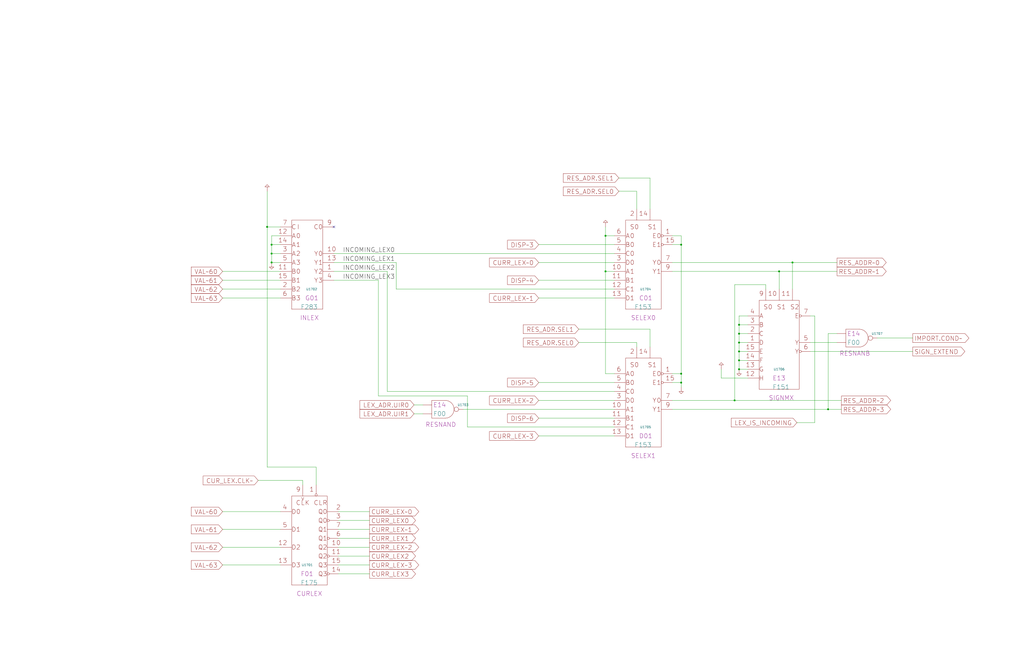
<source format=kicad_sch>
(kicad_sch (version 20211123) (generator eeschema)
  (paper "User" 584.2 378.46)
  (title_block (title "RESOLVE ADDRESS GENERATION") (date "22-MAY-90") (rev "1.0") (comment 1 "SEQUENCER") (comment 2 "232-003064") (comment 3 "S400") (comment 4 "RELEASED"))
  (lib_symbols
    (symbol "r1000:F00" (pin_numbers hide) (pin_names hide)
      (property "Reference" "U" (at 15.24 0 0))
      (property "Value" "F00" (at 1.905 -5.08 0))
      (property "Location" "___" (at 1.905 0 0))
      (property "Name" "______" (at 2.54 -12.7 0))
      (symbol "F00_0_1"
        (polyline (pts (xy -2.54 -7.62) (xy 5.08 -7.62)) (stroke (width 0.1524)))
        (polyline (pts (xy -2.54 2.54) (xy -2.54 -7.62)) (stroke (width 0.1524)))
        (polyline (pts (xy -2.54 2.54) (xy 5.08 2.54)) (stroke (width 0.1524)))
        (arc (start 5.08 -7.62) (mid 10.1282 -2.54) (end 5.08 2.54) (stroke (width 0.1524)))
        (circle (center 11.43 -2.54) (radius 1.27) (stroke (width 0.1524)))
      )
      (symbol "F00_0_2"
        (circle (center -3.81 -5.08) (radius 1.27) (stroke (width 0.1524)))
        (circle (center -3.81 0) (radius 1.27) (stroke (width 0.1524)))
        (arc (start -3.175 -7.62) (mid -2.134 -2.54) (end -3.175 2.54) (stroke (width 0.1524)))
        (polyline (pts (xy -3.175 -7.62) (xy 3.81 -7.62)) (stroke (width 0.1524)))
        (polyline (pts (xy -3.175 2.54) (xy 3.81 2.54)) (stroke (width 0.1524)))
        (arc (start 3.81 -7.62) (mid 7.5855 -5.8306) (end 10.16 -2.54) (stroke (width 0.1524)))
        (arc (start 10.16 -2.54) (mid 7.5827 0.7471) (end 3.81 2.54) (stroke (width 0.1524)))
      )
      (symbol "F00_1_1"
        (pin input line (at -7.62 0 0) (length 5.08) (name "D0") (number "1"))
        (pin input line (at -7.62 -5.08 0) (length 5.08) (name "D1") (number "2"))
        (pin output line (at 15.24 -2.54 180) (length 2.54) (name "Q") (number "3"))
      )
      (symbol "F00_1_2"
        (pin input line (at -7.62 0 0) (length 2.54) (name "D0") (number "1"))
        (pin input line (at -7.62 -5.08 0) (length 2.54) (name "D1") (number "2"))
        (pin output line (at 15.24 -2.54 180) (length 5.08) (name "Q") (number "3"))
      )
    )
    (symbol "r1000:F151" (pin_numbers hide) (pin_names (offset 1.016) hide)
      (property "Reference" "U" (at 2.54 5.08 0))
      (property "Value" "F151" (at -1.27 -5.08 0))
      (property "Location" "___" (at -1.27 0 0))
      (property "Name" "______" (at 3.81 -12.7 0))
      (symbol "F151_1_1"
        (rectangle (start -8.89 44.45) (end 13.97 -6.35))
        (circle (center 14.605 15.24) (radius 0.635))
        (circle (center 14.605 35.56) (radius 0.635))
        (text "0" (at -2.54 40.64 0) (effects (font (size 2.54 2.54))))
        (text "0" (at 0 48.26 0) (effects (font (size 2.54 2.54))))
        (text "1" (at -15.24 2.54 0) (effects (font (size 2.54 2.54))))
        (text "1" (at -15.24 7.62 0) (effects (font (size 2.54 2.54))))
        (text "1" (at -15.24 12.7 0) (effects (font (size 2.54 2.54))))
        (text "1" (at -15.24 17.78 0) (effects (font (size 2.54 2.54))))
        (text "1" (at -12.7 22.86 0) (effects (font (size 2.54 2.54))))
        (text "1" (at -2.54 48.26 0) (effects (font (size 2.54 2.54))))
        (text "1" (at 5.08 40.64 0) (effects (font (size 2.54 2.54))))
        (text "1" (at 5.08 48.26 0) (effects (font (size 2.54 2.54))))
        (text "1" (at 7.62 48.26 0) (effects (font (size 2.54 2.54))))
        (text "2" (at -12.7 2.54 0) (effects (font (size 2.54 2.54))))
        (text "2" (at -12.7 27.94 0) (effects (font (size 2.54 2.54))))
        (text "2" (at 12.7 40.64 0) (effects (font (size 2.54 2.54))))
        (text "3" (at -12.7 7.62 0) (effects (font (size 2.54 2.54))))
        (text "3" (at -12.7 33.02 0) (effects (font (size 2.54 2.54))))
        (text "4" (at -12.7 12.7 0) (effects (font (size 2.54 2.54))))
        (text "4" (at -12.7 38.1 0) (effects (font (size 2.54 2.54))))
        (text "5" (at -12.7 17.78 0) (effects (font (size 2.54 2.54))))
        (text "5" (at 17.78 22.86 0) (effects (font (size 2.54 2.54))))
        (text "6" (at 17.78 17.78 0) (effects (font (size 2.54 2.54))))
        (text "7" (at 17.78 38.1 0) (effects (font (size 2.54 2.54))))
        (text "9" (at -7.62 48.26 0) (effects (font (size 2.54 2.54))))
        (text "A" (at -7.62 35.56 0) (effects (font (size 2.54 2.54))))
        (text "B" (at -7.62 30.48 0) (effects (font (size 2.54 2.54))))
        (text "C" (at -7.62 25.4 0) (effects (font (size 2.54 2.54))))
        (text "D" (at -7.62 20.32 0) (effects (font (size 2.54 2.54))))
        (text "E" (at -7.62 15.24 0) (effects (font (size 2.54 2.54))))
        (text "E" (at 12.7 35.56 0) (effects (font (size 2.54 2.54))))
        (text "F" (at -7.62 10.16 0) (effects (font (size 2.54 2.54))))
        (text "G" (at -7.62 5.08 0) (effects (font (size 2.54 2.54))))
        (text "H" (at -7.62 0 0) (effects (font (size 2.54 2.54))))
        (text "S" (at -5.08 40.64 0) (effects (font (size 2.54 2.54))))
        (text "S" (at 2.54 40.64 0) (effects (font (size 2.54 2.54))))
        (text "S" (at 10.16 40.64 0) (effects (font (size 2.54 2.54))))
        (text "Y" (at 12.7 15.24 0) (effects (font (size 2.54 2.54))))
        (text "Y" (at 12.7 20.32 0) (effects (font (size 2.54 2.54))))
        (pin input line (at -15.24 20.32 0) (length 6.35) (name "D") (number "1"))
        (pin input line (at 2.54 50.8 270) (length 6.35) (name "S1") (number "10"))
        (pin input line (at 10.16 50.8 270) (length 6.35) (name "S2") (number "11"))
        (pin input line (at -15.24 0 0) (length 6.35) (name "H") (number "12"))
        (pin input line (at -15.24 5.08 0) (length 6.35) (name "G") (number "13"))
        (pin input line (at -15.24 10.16 0) (length 6.35) (name "F") (number "14"))
        (pin input line (at -15.24 15.24 0) (length 6.35) (name "E") (number "15"))
        (pin input line (at -15.24 25.4 0) (length 6.35) (name "C") (number "2"))
        (pin input line (at -15.24 30.48 0) (length 6.35) (name "B") (number "3"))
        (pin input line (at -15.24 35.56 0) (length 6.35) (name "A") (number "4"))
        (pin output line (at 20.32 20.32 180) (length 6.35) (name "Y") (number "5"))
        (pin output line (at 20.32 15.24 180) (length 5.08) (name "Y_") (number "6"))
        (pin input line (at 20.32 35.56 180) (length 5.08) (name "E_") (number "7"))
        (pin input line (at -5.08 50.8 270) (length 6.35) (name "S0") (number "9"))
      )
    )
    (symbol "r1000:F153" (pin_numbers hide) (pin_names (offset 1.016) hide)
      (property "Reference" "U" (at 2.54 5.08 0))
      (property "Value" "F153" (at -3.81 -5.08 0))
      (property "Location" "___" (at -1.27 0 0))
      (property "Name" "______" (at 1.27 -12.7 0))
      (symbol "F153_1_1"
        (rectangle (start -8.89 44.45) (end 11.43 -6.35))
        (circle (center 12.065 30.48) (radius 0.635))
        (circle (center 12.065 35.56) (radius 0.635))
        (text "0" (at -12.7 17.78 0) (effects (font (size 2.54 2.54))))
        (text "0" (at -5.08 20.32 0) (effects (font (size 2.54 2.54))))
        (text "0" (at -5.08 25.4 0) (effects (font (size 2.54 2.54))))
        (text "0" (at -5.08 30.48 0) (effects (font (size 2.54 2.54))))
        (text "0" (at -5.08 35.56 0) (effects (font (size 2.54 2.54))))
        (text "0" (at -2.54 40.64 0) (effects (font (size 2.54 2.54))))
        (text "0" (at 10.16 20.32 0) (effects (font (size 2.54 2.54))))
        (text "0" (at 10.16 35.56 0) (effects (font (size 2.54 2.54))))
        (text "1" (at -15.24 2.54 0) (effects (font (size 2.54 2.54))))
        (text "1" (at -15.24 7.62 0) (effects (font (size 2.54 2.54))))
        (text "1" (at -15.24 12.7 0) (effects (font (size 2.54 2.54))))
        (text "1" (at -15.24 17.78 0) (effects (font (size 2.54 2.54))))
        (text "1" (at -12.7 12.7 0) (effects (font (size 2.54 2.54))))
        (text "1" (at -5.08 0 0) (effects (font (size 2.54 2.54))))
        (text "1" (at -5.08 5.08 0) (effects (font (size 2.54 2.54))))
        (text "1" (at -5.08 10.16 0) (effects (font (size 2.54 2.54))))
        (text "1" (at -5.08 15.24 0) (effects (font (size 2.54 2.54))))
        (text "1" (at 0 48.26 0) (effects (font (size 2.54 2.54))))
        (text "1" (at 7.62 40.64 0) (effects (font (size 2.54 2.54))))
        (text "1" (at 10.16 15.24 0) (effects (font (size 2.54 2.54))))
        (text "1" (at 10.16 30.48 0) (effects (font (size 2.54 2.54))))
        (text "1" (at 15.24 33.02 0) (effects (font (size 2.54 2.54))))
        (text "1" (at 15.24 38.1 0) (effects (font (size 2.54 2.54))))
        (text "2" (at -12.7 7.62 0) (effects (font (size 2.54 2.54))))
        (text "2" (at -5.08 48.26 0) (effects (font (size 2.54 2.54))))
        (text "3" (at -12.7 2.54 0) (effects (font (size 2.54 2.54))))
        (text "3" (at -12.7 22.86 0) (effects (font (size 2.54 2.54))))
        (text "4" (at -12.7 27.94 0) (effects (font (size 2.54 2.54))))
        (text "4" (at 2.54 48.26 0) (effects (font (size 2.54 2.54))))
        (text "5" (at -12.7 33.02 0) (effects (font (size 2.54 2.54))))
        (text "5" (at 17.78 33.02 0) (effects (font (size 2.54 2.54))))
        (text "6" (at -12.7 38.1 0) (effects (font (size 2.54 2.54))))
        (text "7" (at 15.24 22.86 0) (effects (font (size 2.54 2.54))))
        (text "9" (at 15.24 17.78 0) (effects (font (size 2.54 2.54))))
        (text "A" (at -7.62 15.24 0) (effects (font (size 2.54 2.54))))
        (text "A" (at -7.62 35.56 0) (effects (font (size 2.54 2.54))))
        (text "B" (at -7.62 10.16 0) (effects (font (size 2.54 2.54))))
        (text "B" (at -7.62 30.48 0) (effects (font (size 2.54 2.54))))
        (text "C" (at -7.62 5.08 0) (effects (font (size 2.54 2.54))))
        (text "C" (at -7.62 25.4 0) (effects (font (size 2.54 2.54))))
        (text "D" (at -7.62 0 0) (effects (font (size 2.54 2.54))))
        (text "D" (at -7.62 20.32 0) (effects (font (size 2.54 2.54))))
        (text "E" (at 7.62 30.48 0) (effects (font (size 2.54 2.54))))
        (text "E" (at 7.62 35.56 0) (effects (font (size 2.54 2.54))))
        (text "S" (at -5.08 40.64 0) (effects (font (size 2.54 2.54))))
        (text "S" (at 5.08 40.64 0) (effects (font (size 2.54 2.54))))
        (text "Y" (at 7.62 15.24 0) (effects (font (size 2.54 2.54))))
        (text "Y" (at 7.62 20.32 0) (effects (font (size 2.54 2.54))))
        (pin input line (at 17.78 35.56 180) (length 5.08) (name "E0_") (number "1"))
        (pin input line (at -15.24 15.24 0) (length 6.35) (name "A1") (number "10"))
        (pin input line (at -15.24 10.16 0) (length 6.35) (name "B1") (number "11"))
        (pin input line (at -15.24 5.08 0) (length 6.35) (name "C1") (number "12"))
        (pin input line (at -15.24 0 0) (length 6.35) (name "D1") (number "13"))
        (pin input line (at 5.08 50.8 270) (length 6.35) (name "S1") (number "14"))
        (pin input line (at 17.78 30.48 180) (length 5.08) (name "E1_") (number "15"))
        (pin input line (at -2.54 50.8 270) (length 6.35) (name "S0") (number "2"))
        (pin input line (at -15.24 20.32 0) (length 6.35) (name "D0") (number "3"))
        (pin input line (at -15.24 25.4 0) (length 6.35) (name "C0") (number "4"))
        (pin input line (at -15.24 30.48 0) (length 6.35) (name "B0") (number "5"))
        (pin input line (at -15.24 35.56 0) (length 6.35) (name "A0") (number "6"))
        (pin output line (at 17.78 20.32 180) (length 6.35) (name "Y0") (number "7"))
        (pin output line (at 17.78 15.24 180) (length 6.35) (name "Y1") (number "9"))
      )
    )
    (symbol "r1000:F175" (pin_numbers hide) (pin_names (offset 1.016) hide)
      (property "Reference" "U" (at 2.54 5.08 0))
      (property "Value" "F175" (at -1.27 -5.08 0))
      (property "Location" "___" (at -1.27 0 0))
      (property "Name" "______" (at 3.81 -12.7 0))
      (symbol "F175_1_1"
        (rectangle (start -6.35 44.45) (end 13.97 -6.35))
        (circle (center 7.62 45.085) (radius 0.635))
        (circle (center 14.605 0) (radius 0.635))
        (circle (center 14.605 10.16) (radius 0.635))
        (circle (center 14.605 20.32) (radius 0.635))
        (circle (center 14.605 30.48) (radius 0.635))
        (text "0" (at -2.54 35.56 0) (effects (font (size 2.54 2.54))))
        (text "0" (at 12.7 30.48 0) (effects (font (size 2.54 2.54))))
        (text "0" (at 12.7 35.56 0) (effects (font (size 2.54 2.54))))
        (text "0" (at 20.32 17.78 0) (effects (font (size 2.54 2.54))))
        (text "1" (at -12.7 7.62 0) (effects (font (size 2.54 2.54))))
        (text "1" (at -12.7 17.78 0) (effects (font (size 2.54 2.54))))
        (text "1" (at -2.54 25.4 0) (effects (font (size 2.54 2.54))))
        (text "1" (at 5.08 48.26 0) (effects (font (size 2.54 2.54))))
        (text "1" (at 12.7 20.32 0) (effects (font (size 2.54 2.54))))
        (text "1" (at 12.7 25.4 0) (effects (font (size 2.54 2.54))))
        (text "1" (at 17.78 2.54 0) (effects (font (size 2.54 2.54))))
        (text "1" (at 17.78 7.62 0) (effects (font (size 2.54 2.54))))
        (text "1" (at 17.78 12.7 0) (effects (font (size 2.54 2.54))))
        (text "1" (at 17.78 17.78 0) (effects (font (size 2.54 2.54))))
        (text "1" (at 20.32 12.7 0) (effects (font (size 2.54 2.54))))
        (text "2" (at -10.16 17.78 0) (effects (font (size 2.54 2.54))))
        (text "2" (at -2.54 15.24 0) (effects (font (size 2.54 2.54))))
        (text "2" (at 12.7 10.16 0) (effects (font (size 2.54 2.54))))
        (text "2" (at 12.7 15.24 0) (effects (font (size 2.54 2.54))))
        (text "2" (at 20.32 38.1 0) (effects (font (size 2.54 2.54))))
        (text "3" (at -10.16 7.62 0) (effects (font (size 2.54 2.54))))
        (text "3" (at -2.54 5.08 0) (effects (font (size 2.54 2.54))))
        (text "3" (at 12.7 0 0) (effects (font (size 2.54 2.54))))
        (text "3" (at 12.7 5.08 0) (effects (font (size 2.54 2.54))))
        (text "3" (at 20.32 33.02 0) (effects (font (size 2.54 2.54))))
        (text "4" (at -10.16 38.1 0) (effects (font (size 2.54 2.54))))
        (text "4" (at 20.32 2.54 0) (effects (font (size 2.54 2.54))))
        (text "5" (at -10.16 27.94 0) (effects (font (size 2.54 2.54))))
        (text "5" (at 20.32 7.62 0) (effects (font (size 2.54 2.54))))
        (text "6" (at 20.32 22.86 0) (effects (font (size 2.54 2.54))))
        (text "7" (at 20.32 27.94 0) (effects (font (size 2.54 2.54))))
        (text "9" (at -2.54 48.26 0) (effects (font (size 2.54 2.54))))
        (text "C" (at -2.54 40.64 0) (effects (font (size 2.54 2.54))))
        (text "C" (at 7.62 40.64 0) (effects (font (size 2.54 2.54))))
        (text "D" (at -5.08 5.08 0) (effects (font (size 2.54 2.54))))
        (text "D" (at -5.08 15.24 0) (effects (font (size 2.54 2.54))))
        (text "D" (at -5.08 25.4 0) (effects (font (size 2.54 2.54))))
        (text "D" (at -5.08 35.56 0) (effects (font (size 2.54 2.54))))
        (text "K" (at 2.54 40.64 0) (effects (font (size 2.54 2.54))))
        (text "L" (at 0 40.64 0) (effects (font (size 2.54 2.54))))
        (text "L" (at 10.16 40.64 0) (effects (font (size 2.54 2.54))))
        (text "Q" (at 10.16 0 0) (effects (font (size 2.54 2.54))))
        (text "Q" (at 10.16 5.08 0) (effects (font (size 2.54 2.54))))
        (text "Q" (at 10.16 10.16 0) (effects (font (size 2.54 2.54))))
        (text "Q" (at 10.16 15.24 0) (effects (font (size 2.54 2.54))))
        (text "Q" (at 10.16 20.32 0) (effects (font (size 2.54 2.54))))
        (text "Q" (at 10.16 25.4 0) (effects (font (size 2.54 2.54))))
        (text "Q" (at 10.16 30.48 0) (effects (font (size 2.54 2.54))))
        (text "Q" (at 10.16 35.56 0) (effects (font (size 2.54 2.54))))
        (text "R" (at 12.7 40.64 0) (effects (font (size 2.54 2.54))))
        (text "v" (at 0 43.18 0) (effects (font (size 2.54 2.54))))
        (pin input line (at 7.62 50.8 270) (length 5.08) (name "CLR_") (number "1"))
        (pin output line (at 20.32 15.24 180) (length 6.35) (name "Q2") (number "10"))
        (pin output line (at 20.32 10.16 180) (length 5.08) (name "Q2_") (number "11"))
        (pin input line (at -12.7 15.24 0) (length 6.35) (name "D2") (number "12"))
        (pin input line (at -12.7 5.08 0) (length 6.35) (name "D3") (number "13"))
        (pin output line (at 20.32 0 180) (length 5.08) (name "Q3_") (number "14"))
        (pin output line (at 20.32 5.08 180) (length 6.35) (name "Q3") (number "15"))
        (pin output line (at 20.32 35.56 180) (length 6.35) (name "Q0") (number "2"))
        (pin output line (at 20.32 30.48 180) (length 5.08) (name "Q0_") (number "3"))
        (pin input line (at -12.7 35.56 0) (length 6.35) (name "D0") (number "4"))
        (pin input line (at -12.7 25.4 0) (length 6.35) (name "D1") (number "5"))
        (pin output line (at 20.32 20.32 180) (length 5.08) (name "Q1_") (number "6"))
        (pin output line (at 20.32 25.4 180) (length 6.35) (name "Q1") (number "7"))
        (pin input line (at 0 50.8 270) (length 6.35) (name "CLK") (number "9"))
      )
    )
    (symbol "r1000:F283" (pin_numbers hide) (pin_names (offset 1.016) hide)
      (property "Reference" "U" (at 2.54 5.08 0))
      (property "Value" "F283" (at -3.81 -5.08 0))
      (property "Location" "___" (at -1.27 0 0))
      (property "Name" "______" (at 1.27 -12.7 0))
      (symbol "F283_1_1"
        (rectangle (start -8.89 44.45) (end 8.89 -6.35))
        (text "0" (at -5.08 15.24 0) (effects (font (size 2.54 2.54))))
        (text "0" (at -5.08 35.56 0) (effects (font (size 2.54 2.54))))
        (text "0" (at 7.62 25.4 0) (effects (font (size 2.54 2.54))))
        (text "0" (at 7.62 40.64 0) (effects (font (size 2.54 2.54))))
        (text "0" (at 15.24 27.94 0) (effects (font (size 2.54 2.54))))
        (text "1" (at -15.24 12.7 0) (effects (font (size 2.54 2.54))))
        (text "1" (at -15.24 17.78 0) (effects (font (size 2.54 2.54))))
        (text "1" (at -15.24 33.02 0) (effects (font (size 2.54 2.54))))
        (text "1" (at -15.24 38.1 0) (effects (font (size 2.54 2.54))))
        (text "1" (at -12.7 17.78 0) (effects (font (size 2.54 2.54))))
        (text "1" (at -5.08 10.16 0) (effects (font (size 2.54 2.54))))
        (text "1" (at -5.08 30.48 0) (effects (font (size 2.54 2.54))))
        (text "1" (at 7.62 20.32 0) (effects (font (size 2.54 2.54))))
        (text "1" (at 12.7 17.78 0) (effects (font (size 2.54 2.54))))
        (text "1" (at 12.7 22.86 0) (effects (font (size 2.54 2.54))))
        (text "1" (at 12.7 27.94 0) (effects (font (size 2.54 2.54))))
        (text "2" (at -12.7 7.62 0) (effects (font (size 2.54 2.54))))
        (text "2" (at -12.7 38.1 0) (effects (font (size 2.54 2.54))))
        (text "2" (at -5.08 5.08 0) (effects (font (size 2.54 2.54))))
        (text "2" (at -5.08 25.4 0) (effects (font (size 2.54 2.54))))
        (text "2" (at 7.62 15.24 0) (effects (font (size 2.54 2.54))))
        (text "3" (at -12.7 27.94 0) (effects (font (size 2.54 2.54))))
        (text "3" (at -5.08 0 0) (effects (font (size 2.54 2.54))))
        (text "3" (at -5.08 20.32 0) (effects (font (size 2.54 2.54))))
        (text "3" (at 7.62 10.16 0) (effects (font (size 2.54 2.54))))
        (text "3" (at 15.24 22.86 0) (effects (font (size 2.54 2.54))))
        (text "4" (at -12.7 33.02 0) (effects (font (size 2.54 2.54))))
        (text "4" (at 12.7 12.7 0) (effects (font (size 2.54 2.54))))
        (text "5" (at -12.7 12.7 0) (effects (font (size 2.54 2.54))))
        (text "5" (at -12.7 22.86 0) (effects (font (size 2.54 2.54))))
        (text "6" (at -12.7 2.54 0) (effects (font (size 2.54 2.54))))
        (text "7" (at -12.7 43.18 0) (effects (font (size 2.54 2.54))))
        (text "9" (at 12.7 43.18 0) (effects (font (size 2.54 2.54))))
        (text "A" (at -7.62 20.32 0) (effects (font (size 2.54 2.54))))
        (text "A" (at -7.62 25.4 0) (effects (font (size 2.54 2.54))))
        (text "A" (at -7.62 30.48 0) (effects (font (size 2.54 2.54))))
        (text "A" (at -7.62 35.56 0) (effects (font (size 2.54 2.54))))
        (text "B" (at -7.62 0 0) (effects (font (size 2.54 2.54))))
        (text "B" (at -7.62 5.08 0) (effects (font (size 2.54 2.54))))
        (text "B" (at -7.62 10.16 0) (effects (font (size 2.54 2.54))))
        (text "B" (at -7.62 15.24 0) (effects (font (size 2.54 2.54))))
        (text "C" (at -7.62 40.64 0) (effects (font (size 2.54 2.54))))
        (text "C" (at 5.08 40.64 0) (effects (font (size 2.54 2.54))))
        (text "I" (at -5.08 40.64 0) (effects (font (size 2.54 2.54))))
        (text "Y" (at 5.08 10.16 0) (effects (font (size 2.54 2.54))))
        (text "Y" (at 5.08 15.24 0) (effects (font (size 2.54 2.54))))
        (text "Y" (at 5.08 20.32 0) (effects (font (size 2.54 2.54))))
        (text "Y" (at 5.08 25.4 0) (effects (font (size 2.54 2.54))))
        (pin output line (at 15.24 15.24 180) (length 6.35) (name "Y2") (number "1"))
        (pin output line (at 15.24 25.4 180) (length 6.35) (name "Y0") (number "10"))
        (pin input line (at -15.24 15.24 0) (length 6.35) (name "B0") (number "11"))
        (pin input line (at -15.24 35.56 0) (length 6.35) (name "A0") (number "12"))
        (pin output line (at 15.24 20.32 180) (length 6.35) (name "Y1") (number "13"))
        (pin input line (at -15.24 30.48 0) (length 6.35) (name "A1") (number "14"))
        (pin input line (at -15.24 10.16 0) (length 6.35) (name "B1") (number "15"))
        (pin input line (at -15.24 5.08 0) (length 6.35) (name "B2") (number "2"))
        (pin input line (at -15.24 25.4 0) (length 6.35) (name "A2") (number "3"))
        (pin output line (at 15.24 10.16 180) (length 6.35) (name "Y3") (number "4"))
        (pin input line (at -15.24 20.32 0) (length 6.35) (name "A3") (number "5"))
        (pin input line (at -15.24 0 0) (length 6.35) (name "B3") (number "6"))
        (pin input line (at -15.24 40.64 0) (length 6.35) (name "CI") (number "7"))
        (pin output line (at 15.24 40.64 180) (length 6.35) (name "C0") (number "9"))
      )
    )
    (symbol "r1000:PD" (power) (pin_numbers hide) (pin_names hide) (in_bom no)
      (symbol "PD_0_1"
        (polyline (pts (xy 0 -2.54) (xy 1.27 -2.54) (xy 0 -3.81) (xy -1.27 -2.54) (xy 0 -2.54)) (stroke (width 0.1524)))
      )
      (symbol "PD_1_1"
        (pin power_in line (at 0 0 270) (length 2.54) (name "PD") (number "1"))
      )
    )
    (symbol "r1000:PU" (power) (pin_numbers hide) (pin_names hide)
      (symbol "PU_0_1"
        (polyline (pts (xy 0 2.54) (xy -1.27 2.54) (xy 0 3.81) (xy 1.27 2.54) (xy 0 2.54)) (stroke (width 0.1524)))
      )
      (symbol "PU_1_1"
        (pin power_in line (at 0 0 90) (length 2.54) (name "PU") (number "1"))
      )
    )
  )
  (wire (pts (xy 127 154.94) (xy 160.02 154.94)))
  (wire (pts (xy 127 160.02) (xy 160.02 160.02)))
  (wire (pts (xy 127 165.1) (xy 160.02 165.1)))
  (wire (pts (xy 127 170.18) (xy 160.02 170.18)))
  (wire (pts (xy 127 292.1) (xy 160.02 292.1)))
  (wire (pts (xy 127 302.26) (xy 160.02 302.26)))
  (wire (pts (xy 127 312.42) (xy 160.02 312.42)))
  (wire (pts (xy 127 322.58) (xy 160.02 322.58)))
  (wire (pts (xy 147.32 274.32) (xy 172.72 274.32)))
  (wire (pts (xy 152.4 109.22) (xy 152.4 129.54)))
  (wire (pts (xy 152.4 129.54) (xy 152.4 266.7)))
  (wire (pts (xy 152.4 129.54) (xy 160.02 129.54)))
  (wire (pts (xy 152.4 266.7) (xy 180.34 266.7)))
  (wire (pts (xy 154.94 134.62) (xy 154.94 139.7)))
  (wire (pts (xy 154.94 139.7) (xy 154.94 144.78)))
  (wire (pts (xy 154.94 139.7) (xy 160.02 139.7)))
  (wire (pts (xy 154.94 144.78) (xy 154.94 149.86)))
  (wire (pts (xy 154.94 144.78) (xy 160.02 144.78)))
  (wire (pts (xy 154.94 149.86) (xy 160.02 149.86)))
  (wire (pts (xy 160.02 134.62) (xy 154.94 134.62)))
  (wire (pts (xy 172.72 276.86) (xy 172.72 274.32)))
  (wire (pts (xy 180.34 266.7) (xy 180.34 276.86)))
  (wire (pts (xy 190.5 144.78) (xy 350.52 144.78)))
  (wire (pts (xy 190.5 149.86) (xy 226.06 149.86)))
  (wire (pts (xy 190.5 154.94) (xy 220.98 154.94)))
  (wire (pts (xy 190.5 160.02) (xy 215.9 160.02)))
  (wire (pts (xy 193.04 292.1) (xy 210.82 292.1)))
  (wire (pts (xy 193.04 297.18) (xy 210.82 297.18)))
  (wire (pts (xy 193.04 302.26) (xy 210.82 302.26)))
  (wire (pts (xy 193.04 307.34) (xy 210.82 307.34)))
  (wire (pts (xy 193.04 312.42) (xy 210.82 312.42)))
  (wire (pts (xy 193.04 317.5) (xy 210.82 317.5)))
  (wire (pts (xy 193.04 322.58) (xy 210.82 322.58)))
  (wire (pts (xy 193.04 327.66) (xy 210.82 327.66)))
  (wire (pts (xy 215.9 160.02) (xy 215.9 226.06)))
  (wire (pts (xy 215.9 226.06) (xy 266.7 226.06)))
  (wire (pts (xy 220.98 154.94) (xy 220.98 223.52)))
  (wire (pts (xy 220.98 223.52) (xy 350.52 223.52)))
  (wire (pts (xy 226.06 149.86) (xy 226.06 165.1)))
  (wire (pts (xy 226.06 165.1) (xy 350.52 165.1)))
  (wire (pts (xy 236.22 231.14) (xy 241.3 231.14)))
  (wire (pts (xy 236.22 236.22) (xy 241.3 236.22)))
  (wire (pts (xy 264.16 233.68) (xy 350.52 233.68)))
  (wire (pts (xy 266.7 226.06) (xy 266.7 243.84)))
  (wire (pts (xy 266.7 243.84) (xy 350.52 243.84)))
  (wire (pts (xy 307.34 139.7) (xy 350.52 139.7)))
  (wire (pts (xy 307.34 149.86) (xy 350.52 149.86)))
  (wire (pts (xy 307.34 160.02) (xy 350.52 160.02)))
  (wire (pts (xy 307.34 170.18) (xy 350.52 170.18)))
  (wire (pts (xy 307.34 218.44) (xy 350.52 218.44)))
  (wire (pts (xy 307.34 228.6) (xy 350.52 228.6)))
  (wire (pts (xy 307.34 238.76) (xy 350.52 238.76)))
  (wire (pts (xy 307.34 248.92) (xy 350.52 248.92)))
  (wire (pts (xy 330.2 187.96) (xy 370.84 187.96)))
  (wire (pts (xy 330.2 195.58) (xy 363.22 195.58)))
  (wire (pts (xy 345.44 129.54) (xy 345.44 134.62)))
  (wire (pts (xy 345.44 134.62) (xy 345.44 154.94)))
  (wire (pts (xy 345.44 134.62) (xy 350.52 134.62)))
  (wire (pts (xy 345.44 154.94) (xy 345.44 213.36)))
  (wire (pts (xy 345.44 154.94) (xy 350.52 154.94)))
  (wire (pts (xy 345.44 213.36) (xy 350.52 213.36)))
  (wire (pts (xy 353.06 101.6) (xy 370.84 101.6)))
  (wire (pts (xy 353.06 109.22) (xy 363.22 109.22)))
  (wire (pts (xy 363.22 109.22) (xy 363.22 119.38)))
  (wire (pts (xy 363.22 195.58) (xy 363.22 198.12)))
  (wire (pts (xy 370.84 101.6) (xy 370.84 119.38)))
  (wire (pts (xy 370.84 187.96) (xy 370.84 198.12)))
  (wire (pts (xy 383.54 134.62) (xy 388.62 134.62)))
  (wire (pts (xy 383.54 139.7) (xy 388.62 139.7)))
  (wire (pts (xy 383.54 149.86) (xy 452.12 149.86)))
  (wire (pts (xy 383.54 154.94) (xy 444.5 154.94)))
  (wire (pts (xy 383.54 213.36) (xy 388.62 213.36)))
  (wire (pts (xy 383.54 218.44) (xy 388.62 218.44)))
  (wire (pts (xy 383.54 228.6) (xy 419.1 228.6)))
  (wire (pts (xy 383.54 233.68) (xy 472.44 233.68)))
  (wire (pts (xy 388.62 134.62) (xy 388.62 139.7)))
  (wire (pts (xy 388.62 139.7) (xy 388.62 213.36)))
  (wire (pts (xy 388.62 213.36) (xy 388.62 218.44)))
  (wire (pts (xy 388.62 218.44) (xy 388.62 220.98)))
  (wire (pts (xy 411.48 215.9) (xy 411.48 210.82)))
  (wire (pts (xy 419.1 162.56) (xy 436.88 162.56)))
  (wire (pts (xy 419.1 228.6) (xy 419.1 162.56)))
  (wire (pts (xy 419.1 228.6) (xy 480.06 228.6)))
  (wire (pts (xy 421.64 180.34) (xy 421.64 185.42)))
  (wire (pts (xy 421.64 185.42) (xy 421.64 190.5)))
  (wire (pts (xy 421.64 185.42) (xy 426.72 185.42)))
  (wire (pts (xy 421.64 190.5) (xy 421.64 195.58)))
  (wire (pts (xy 421.64 190.5) (xy 426.72 190.5)))
  (wire (pts (xy 421.64 195.58) (xy 421.64 200.66)))
  (wire (pts (xy 421.64 195.58) (xy 426.72 195.58)))
  (wire (pts (xy 421.64 200.66) (xy 421.64 205.74)))
  (wire (pts (xy 421.64 200.66) (xy 426.72 200.66)))
  (wire (pts (xy 421.64 205.74) (xy 421.64 210.82)))
  (wire (pts (xy 421.64 205.74) (xy 426.72 205.74)))
  (wire (pts (xy 421.64 210.82) (xy 426.72 210.82)))
  (wire (pts (xy 426.72 180.34) (xy 421.64 180.34)))
  (wire (pts (xy 426.72 215.9) (xy 411.48 215.9)))
  (wire (pts (xy 436.88 162.56) (xy 436.88 165.1)))
  (wire (pts (xy 444.5 154.94) (xy 444.5 165.1)))
  (wire (pts (xy 444.5 154.94) (xy 477.52 154.94)))
  (wire (pts (xy 452.12 149.86) (xy 452.12 165.1)))
  (wire (pts (xy 452.12 149.86) (xy 477.52 149.86)))
  (wire (pts (xy 454.66 241.3) (xy 464.82 241.3)))
  (wire (pts (xy 462.28 180.34) (xy 464.82 180.34)))
  (wire (pts (xy 462.28 195.58) (xy 477.52 195.58)))
  (wire (pts (xy 462.28 200.66) (xy 520.7 200.66)))
  (wire (pts (xy 464.82 180.34) (xy 464.82 241.3)))
  (wire (pts (xy 472.44 190.5) (xy 477.52 190.5)))
  (wire (pts (xy 472.44 233.68) (xy 472.44 190.5)))
  (wire (pts (xy 472.44 233.68) (xy 480.06 233.68)))
  (wire (pts (xy 500.38 193.04) (xy 520.7 193.04)))
  (global_label "VAL~60" (shape input) (at 127 154.94 180) (effects (font (size 2.54 2.54))) (property "Intersheet References" "${INTERSHEET_REFS}" (at 109.1111 154.7813 0) (effects (font (size 2.54 2.54)) (justify right))))
  (global_label "VAL~61" (shape input) (at 127 160.02 180) (effects (font (size 2.54 2.54))) (property "Intersheet References" "${INTERSHEET_REFS}" (at 109.1111 159.8613 0) (effects (font (size 2.54 2.54)) (justify right))))
  (global_label "VAL~62" (shape input) (at 127 165.1 180) (effects (font (size 2.54 2.54))) (property "Intersheet References" "${INTERSHEET_REFS}" (at 109.1111 164.9413 0) (effects (font (size 2.54 2.54)) (justify right))))
  (global_label "VAL~63" (shape input) (at 127 170.18 180) (effects (font (size 2.54 2.54))) (property "Intersheet References" "${INTERSHEET_REFS}" (at 109.1111 170.0213 0) (effects (font (size 2.54 2.54)) (justify right))))
  (global_label "VAL~60" (shape input) (at 127 292.1 180) (effects (font (size 2.54 2.54))) (property "Intersheet References" "${INTERSHEET_REFS}" (at 109.1111 291.9413 0) (effects (font (size 2.54 2.54)) (justify right))))
  (global_label "VAL~61" (shape input) (at 127 302.26 180) (effects (font (size 2.54 2.54))) (property "Intersheet References" "${INTERSHEET_REFS}" (at 109.1111 302.1013 0) (effects (font (size 2.54 2.54)) (justify right))))
  (global_label "VAL~62" (shape input) (at 127 312.42 180) (effects (font (size 2.54 2.54))) (property "Intersheet References" "${INTERSHEET_REFS}" (at 109.1111 312.2613 0) (effects (font (size 2.54 2.54)) (justify right))))
  (global_label "VAL~63" (shape input) (at 127 322.58 180) (effects (font (size 2.54 2.54))) (property "Intersheet References" "${INTERSHEET_REFS}" (at 109.1111 322.4213 0) (effects (font (size 2.54 2.54)) (justify right))))
  (global_label "CUR_LEX.CLK~" (shape input) (at 147.32 274.32 180) (effects (font (size 2.54 2.54))) (property "Intersheet References" "${INTERSHEET_REFS}" (at 115.8845 274.1613 0) (effects (font (size 2.54 2.54)) (justify right))))
  (symbol (lib_id "r1000:PU") (at 152.4 109.22 0) (unit 1)
    (property "Reference" "#PWR01701" (effects hide))
    (property "Value" "PU" (effects hide))
  )
  (junction (at 152.4 129.54))
  (junction (at 154.94 139.7))
  (junction (at 154.94 144.78))
  (junction (at 154.94 149.86))
  (symbol (lib_id "r1000:PD") (at 154.94 149.86 0) (unit 1) (in_bom no)
    (property "Reference" "#PWR01702" (effects hide))
    (property "Value" "PD" (effects hide))
  )
  (symbol (lib_id "r1000:F175") (at 172.72 327.66 0) (unit 1)
    (property "Reference" "U1701" (at 175.26 322.58 0))
    (property "Value" "F175" (at 171.45 332.74 0) (effects (font (size 2.54 2.54)) (justify left)))
    (property "Location" "F01" (at 171.45 327.66 0) (effects (font (size 2.54 2.54)) (justify left)))
    (property "Name" "CURLEX" (at 176.53 340.36 0) (effects (font (size 2.54 2.54)) (justify bottom)))
  )
  (symbol (lib_id "r1000:F283") (at 175.26 170.18 0) (unit 1)
    (property "Reference" "U1702" (at 177.8 165.1 0))
    (property "Value" "F283" (at 171.45 175.26 0) (effects (font (size 2.54 2.54)) (justify left)))
    (property "Location" "G01" (at 173.99 170.18 0) (effects (font (size 2.54 2.54)) (justify left)))
    (property "Name" "INLEX" (at 176.53 182.88 0) (effects (font (size 2.54 2.54)) (justify bottom)))
  )
  (no_connect (at 190.5 129.54))
  (label "INCOMING_LEX0" (at 195.58 144.78 0) (effects (font (size 2.54 2.54))))
  (label "INCOMING_LEX1" (at 195.58 149.86 0) (effects (font (size 2.54 2.54))))
  (label "INCOMING_LEX2" (at 195.58 154.94 0) (effects (font (size 2.54 2.54))))
  (label "INCOMING_LEX3" (at 195.58 160.02 0) (effects (font (size 2.54 2.54))))
  (global_label "CURR_LEX~0" (shape output) (at 210.82 292.1 0) (effects (font (size 2.54 2.54))) (property "Intersheet References" "${INTERSHEET_REFS}" (at 238.8689 291.9413 0) (effects (font (size 2.54 2.54)) (justify left))))
  (global_label "CURR_LEX0" (shape output) (at 210.82 297.18 0) (effects (font (size 2.54 2.54))) (property "Intersheet References" "${INTERSHEET_REFS}" (at 237.0546 297.0213 0) (effects (font (size 2.54 2.54)) (justify left))))
  (global_label "CURR_LEX~1" (shape output) (at 210.82 302.26 0) (effects (font (size 2.54 2.54))) (property "Intersheet References" "${INTERSHEET_REFS}" (at 238.8689 302.1013 0) (effects (font (size 2.54 2.54)) (justify left))))
  (global_label "CURR_LEX1" (shape output) (at 210.82 307.34 0) (effects (font (size 2.54 2.54))) (property "Intersheet References" "${INTERSHEET_REFS}" (at 237.0546 307.1813 0) (effects (font (size 2.54 2.54)) (justify left))))
  (global_label "CURR_LEX~2" (shape output) (at 210.82 312.42 0) (effects (font (size 2.54 2.54))) (property "Intersheet References" "${INTERSHEET_REFS}" (at 238.8689 312.2613 0) (effects (font (size 2.54 2.54)) (justify left))))
  (global_label "CURR_LEX2" (shape output) (at 210.82 317.5 0) (effects (font (size 2.54 2.54))) (property "Intersheet References" "${INTERSHEET_REFS}" (at 237.0546 317.3413 0) (effects (font (size 2.54 2.54)) (justify left))))
  (global_label "CURR_LEX~3" (shape output) (at 210.82 322.58 0) (effects (font (size 2.54 2.54))) (property "Intersheet References" "${INTERSHEET_REFS}" (at 238.8689 322.4213 0) (effects (font (size 2.54 2.54)) (justify left))))
  (global_label "CURR_LEX3" (shape output) (at 210.82 327.66 0) (effects (font (size 2.54 2.54))) (property "Intersheet References" "${INTERSHEET_REFS}" (at 237.0546 327.5013 0) (effects (font (size 2.54 2.54)) (justify left))))
  (global_label "LEX_ADR.UIR0" (shape input) (at 236.22 231.14 180) (effects (font (size 2.54 2.54))) (property "Intersheet References" "${INTERSHEET_REFS}" (at 205.3892 230.9813 0) (effects (font (size 2.54 2.54)) (justify right))))
  (global_label "LEX_ADR.UIR1" (shape input) (at 236.22 236.22 180) (effects (font (size 2.54 2.54))) (property "Intersheet References" "${INTERSHEET_REFS}" (at 205.3892 236.0613 0) (effects (font (size 2.54 2.54)) (justify right))))
  (symbol (lib_id "r1000:F00") (at 248.92 231.14 0) (unit 1)
    (property "Reference" "U1703" (at 264.16 231.14 0))
    (property "Value" "F00" (at 250.825 236.22 0) (effects (font (size 2.54 2.54))))
    (property "Location" "E14" (at 250.825 231.14 0) (effects (font (size 2.54 2.54))))
    (property "Name" "RESNAND" (at 251.46 243.84 0) (effects (font (size 2.54 2.54)) (justify bottom)))
  )
  (global_label "DISP~3" (shape input) (at 307.34 139.7 180) (effects (font (size 2.54 2.54))) (property "Intersheet References" "${INTERSHEET_REFS}" (at 289.5721 139.5413 0) (effects (font (size 2.54 2.54)) (justify right))))
  (global_label "CURR_LEX~0" (shape input) (at 307.34 149.86 180) (effects (font (size 2.54 2.54))) (property "Intersheet References" "${INTERSHEET_REFS}" (at 279.2911 149.7013 0) (effects (font (size 2.54 2.54)) (justify right))))
  (global_label "DISP~4" (shape input) (at 307.34 160.02 180) (effects (font (size 2.54 2.54))) (property "Intersheet References" "${INTERSHEET_REFS}" (at 289.5721 159.8613 0) (effects (font (size 2.54 2.54)) (justify right))))
  (global_label "CURR_LEX~1" (shape input) (at 307.34 170.18 180) (effects (font (size 2.54 2.54))) (property "Intersheet References" "${INTERSHEET_REFS}" (at 279.2911 170.0213 0) (effects (font (size 2.54 2.54)) (justify right))))
  (global_label "DISP~5" (shape input) (at 307.34 218.44 180) (effects (font (size 2.54 2.54))) (property "Intersheet References" "${INTERSHEET_REFS}" (at 289.5721 218.2813 0) (effects (font (size 2.54 2.54)) (justify right))))
  (global_label "CURR_LEX~2" (shape input) (at 307.34 228.6 180) (effects (font (size 2.54 2.54))) (property "Intersheet References" "${INTERSHEET_REFS}" (at 279.2911 228.4413 0) (effects (font (size 2.54 2.54)) (justify right))))
  (global_label "DISP~6" (shape input) (at 307.34 238.76 180) (effects (font (size 2.54 2.54))) (property "Intersheet References" "${INTERSHEET_REFS}" (at 289.5721 238.6013 0) (effects (font (size 2.54 2.54)) (justify right))))
  (global_label "CURR_LEX~3" (shape input) (at 307.34 248.92 180) (effects (font (size 2.54 2.54))) (property "Intersheet References" "${INTERSHEET_REFS}" (at 279.2911 248.7613 0) (effects (font (size 2.54 2.54)) (justify right))))
  (global_label "RES_ADR.SEL1" (shape input) (at 330.2 187.96 180) (effects (font (size 2.54 2.54))) (property "Intersheet References" "${INTERSHEET_REFS}" (at 298.5226 187.8013 0) (effects (font (size 2.54 2.54)) (justify right))))
  (global_label "RES_ADR.SEL0" (shape input) (at 330.2 195.58 180) (effects (font (size 2.54 2.54))) (property "Intersheet References" "${INTERSHEET_REFS}" (at 298.5226 195.4213 0) (effects (font (size 2.54 2.54)) (justify right))))
  (symbol (lib_id "r1000:PU") (at 345.44 129.54 0) (unit 1)
    (property "Reference" "#PWR01703" (effects hide))
    (property "Value" "PU" (effects hide))
  )
  (junction (at 345.44 134.62))
  (junction (at 345.44 154.94))
  (global_label "RES_ADR.SEL1" (shape input) (at 353.06 101.6 180) (effects (font (size 2.54 2.54))) (property "Intersheet References" "${INTERSHEET_REFS}" (at 321.3826 101.4413 0) (effects (font (size 2.54 2.54)) (justify right))))
  (global_label "RES_ADR.SEL0" (shape input) (at 353.06 109.22 180) (effects (font (size 2.54 2.54))) (property "Intersheet References" "${INTERSHEET_REFS}" (at 321.3826 109.0613 0) (effects (font (size 2.54 2.54)) (justify right))))
  (symbol (lib_id "r1000:F153") (at 365.76 170.18 0) (unit 1)
    (property "Reference" "U1704" (at 368.3 165.1 0))
    (property "Value" "F153" (at 361.95 175.26 0) (effects (font (size 2.54 2.54)) (justify left)))
    (property "Location" "C01" (at 364.49 170.18 0) (effects (font (size 2.54 2.54)) (justify left)))
    (property "Name" "SELEX0" (at 367.03 182.88 0) (effects (font (size 2.54 2.54)) (justify bottom)))
  )
  (symbol (lib_id "r1000:F153") (at 365.76 248.92 0) (unit 1)
    (property "Reference" "U1705" (at 368.3 243.84 0))
    (property "Value" "F153" (at 361.95 254 0) (effects (font (size 2.54 2.54)) (justify left)))
    (property "Location" "D01" (at 364.49 248.92 0) (effects (font (size 2.54 2.54)) (justify left)))
    (property "Name" "SELEX1" (at 367.03 261.62 0) (effects (font (size 2.54 2.54)) (justify bottom)))
  )
  (junction (at 388.62 139.7))
  (junction (at 388.62 213.36))
  (junction (at 388.62 218.44))
  (symbol (lib_id "r1000:PD") (at 388.62 220.98 0) (unit 1) (in_bom no)
    (property "Reference" "#PWR01704" (effects hide))
    (property "Value" "PD" (effects hide))
  )
  (symbol (lib_id "r1000:PU") (at 411.48 210.82 0) (unit 1)
    (property "Reference" "#PWR01705" (effects hide))
    (property "Value" "PU" (effects hide))
  )
  (junction (at 419.1 228.6))
  (junction (at 421.64 185.42))
  (junction (at 421.64 190.5))
  (junction (at 421.64 195.58))
  (junction (at 421.64 200.66))
  (junction (at 421.64 205.74))
  (junction (at 421.64 210.82))
  (symbol (lib_id "r1000:PD") (at 421.64 210.82 0) (unit 1) (in_bom no)
    (property "Reference" "#PWR01706" (effects hide))
    (property "Value" "PD" (effects hide))
  )
  (symbol (lib_id "r1000:F151") (at 441.96 215.9 0) (unit 1)
    (property "Reference" "U1706" (at 444.5 210.82 0))
    (property "Value" "F151" (at 440.69 220.98 0) (effects (font (size 2.54 2.54)) (justify left)))
    (property "Location" "E13" (at 440.69 215.9 0) (effects (font (size 2.54 2.54)) (justify left)))
    (property "Name" "SIGNMX" (at 445.77 228.6 0) (effects (font (size 2.54 2.54)) (justify bottom)))
  )
  (junction (at 444.5 154.94))
  (junction (at 452.12 149.86))
  (global_label "LEX_IS_INCOMING" (shape input) (at 454.66 241.3 180) (effects (font (size 2.54 2.54))) (property "Intersheet References" "${INTERSHEET_REFS}" (at 417.1769 241.1413 0) (effects (font (size 2.54 2.54)) (justify right))))
  (junction (at 472.44 233.68))
  (global_label "RES_ADDR~0" (shape output) (at 477.52 149.86 0) (effects (font (size 2.54 2.54))) (property "Intersheet References" "${INTERSHEET_REFS}" (at 505.5689 149.7013 0) (effects (font (size 2.54 2.54)) (justify left))))
  (global_label "RES_ADDR~1" (shape output) (at 477.52 154.94 0) (effects (font (size 2.54 2.54))) (property "Intersheet References" "${INTERSHEET_REFS}" (at 505.5689 154.7813 0) (effects (font (size 2.54 2.54)) (justify left))))
  (global_label "RES_ADDR~2" (shape output) (at 480.06 228.6 0) (effects (font (size 2.54 2.54))) (property "Intersheet References" "${INTERSHEET_REFS}" (at 508.1089 228.4413 0) (effects (font (size 2.54 2.54)) (justify left))))
  (global_label "RES_ADDR~3" (shape output) (at 480.06 233.68 0) (effects (font (size 2.54 2.54))) (property "Intersheet References" "${INTERSHEET_REFS}" (at 508.1089 233.5213 0) (effects (font (size 2.54 2.54)) (justify left))))
  (symbol (lib_id "r1000:F00") (at 485.14 190.5 0) (unit 1)
    (property "Reference" "U1707" (at 500.38 190.5 0))
    (property "Value" "F00" (at 487.045 195.58 0) (effects (font (size 2.54 2.54))))
    (property "Location" "E14" (at 487.045 190.5 0) (effects (font (size 2.54 2.54))))
    (property "Name" "RESNANB" (at 487.68 203.2 0) (effects (font (size 2.54 2.54)) (justify bottom)))
  )
  (global_label "IMPORT.COND~" (shape output) (at 520.7 193.04 0) (effects (font (size 2.54 2.54))) (property "Intersheet References" "${INTERSHEET_REFS}" (at 552.7403 192.8813 0) (effects (font (size 2.54 2.54)) (justify left))))
  (global_label "SIGN_EXTEND" (shape output) (at 520.7 200.66 0) (effects (font (size 2.54 2.54))) (property "Intersheet References" "${INTERSHEET_REFS}" (at 550.4422 200.5013 0) (effects (font (size 2.54 2.54)) (justify left))))
)
</source>
